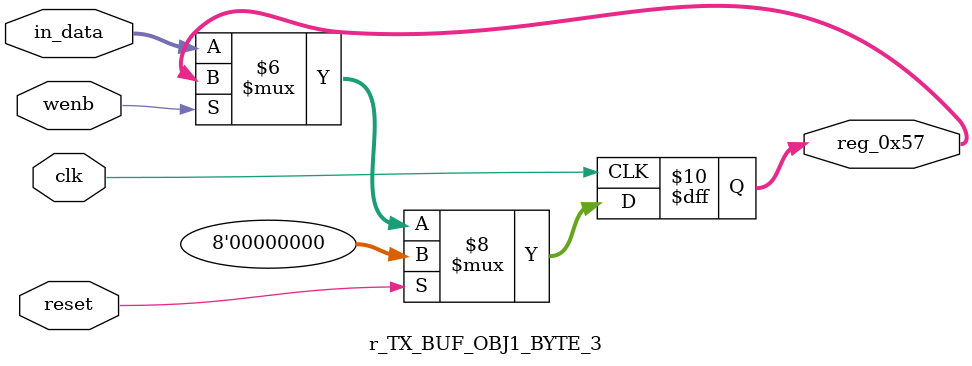
<source format=v>
module r_TX_BUF_OBJ1_BYTE_3(output reg [7:0] reg_0x57, input wire reset, input wire wenb, input wire [7:0] in_data, input wire clk);
	always@(posedge clk)
	begin
		if(reset==0) begin
			if(wenb==0)
				reg_0x57<=in_data;
			else
				reg_0x57<=reg_0x57;
		end
		else
			reg_0x57<=8'h00;
	end
endmodule
</source>
